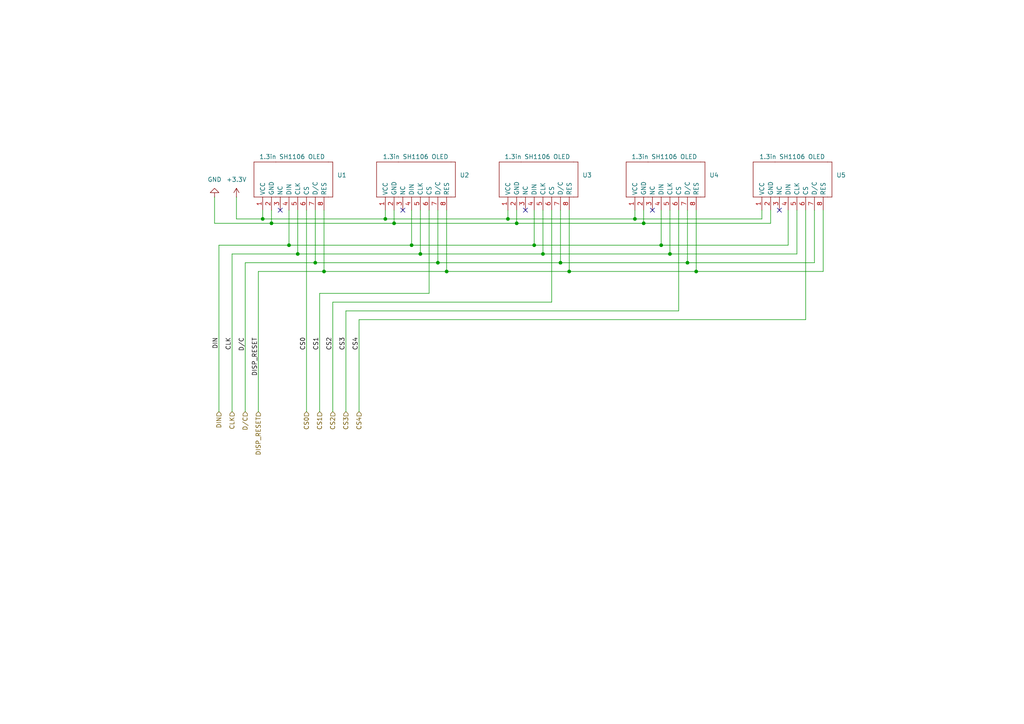
<source format=kicad_sch>
(kicad_sch (version 20250114) (generator "eeschema") (generator_version "9.0")
  (paper "A4")
  (title_block (title "VC 5") (date "2025-02-25") (rev "1.0") (comment 1 "Designed by Jan Eberhardt"))
  (lib_symbols
    (symbol "VC5_library:Waveshare-Display-1_3in-SH1106-OLED"
      (property "Reference" "U1" (at 0 -1.9049 0))
      (property "Value" "1.3in SH1106 OLED" (at -22.352 4.064 0))
      (symbol "Waveshare-Display-1_3in-SH1106-OLED_0_1"
        (rectangle (start -24.13 2.54) (end -24.13 -7.62))
        (rectangle (start -24.13 -7.62) (end -17.78 -7.62))
        (rectangle (start -17.78 2.54) (end -24.13 2.54))
        (rectangle (start -17.78 -7.62) (end -2.54 -7.62))
        (rectangle (start -2.54 2.54) (end -17.78 2.54))
        (rectangle (start -2.54 2.54) (end -1.27 2.54))
        (rectangle (start -2.54 -7.62) (end -1.27 -7.62))
        (rectangle (start -1.27 2.54) (end -1.27 -7.62))
      )
      (symbol "Waveshare-Display-1_3in-SH1106-OLED_1_1"
        (pin power_in line (at -21.59 -11.43 90) (length 3.81) (name "VCC") (number "1"))
        (pin power_in line (at -19.05 -11.43 90) (length 3.81) (name "GND") (number "2"))
        (pin input line (at -16.51 -11.43 90) (length 3.81) (name "NC") (number "3"))
        (pin input line (at -13.97 -11.43 90) (length 3.81) (name "DIN") (number "4"))
        (pin input line (at -11.43 -11.43 90) (length 3.81) (name "CLK") (number "5"))
        (pin input line (at -8.89 -11.43 90) (length 3.81) (name "CS") (number "6"))
        (pin input line (at -6.35 -11.43 90) (length 3.81) (name "D/C") (number "7"))
        (pin input line (at -3.81 -11.43 90) (length 3.81) (name "RES") (number "8"))
      )
    )
    (symbol "power:+3.3V" (power) (pin_numbers (hide yes)) (pin_names (offset 0) (hide yes))
      (property "Value" "+3.3V" (at 0 3.556 0))
      (symbol "+3.3V_0_1"
        (polyline (pts (xy -0.762 1.27) (xy 0 2.54)))
        (polyline (pts (xy 0 2.54) (xy 0.762 1.27)))
        (polyline (pts (xy 0 0) (xy 0 2.54)))
      )
      (symbol "+3.3V_1_1"
        (pin power_in line (at 0 0 90) (length 0) (name "~") (number "1"))
      )
    )
    (symbol "power:GND" (power) (pin_numbers (hide yes)) (pin_names (offset 0) (hide yes))
      (property "Value" "GND" (at 0 -3.81 0))
      (symbol "GND_0_1"
        (polyline (pts (xy 0 0) (xy 0 -1.27) (xy 1.27 -1.27) (xy 0 -2.54) (xy -1.27 -1.27) (xy 0 -1.27)))
      )
      (symbol "GND_1_1"
        (pin power_in line (at 0 0 270) (length 0) (name "~") (number "1"))
      )
    )
  )
  (junction (at 184.15 63.5))
  (junction (at 114.3 64.77))
  (junction (at 186.69 64.77))
  (junction (at 111.76 63.5))
  (junction (at 162.56 76.2))
  (junction (at 154.94 71.12))
  (junction (at 191.77 71.12))
  (junction (at 76.2 63.5))
  (junction (at 147.32 63.5))
  (junction (at 91.44 76.2))
  (junction (at 86.36 73.66))
  (junction (at 199.39 76.2))
  (junction (at 119.38 71.12))
  (junction (at 149.86 64.77))
  (junction (at 201.93 78.74))
  (junction (at 129.54 78.74))
  (junction (at 78.74 64.77))
  (junction (at 194.31 73.66))
  (junction (at 165.1 78.74))
  (junction (at 121.92 73.66))
  (junction (at 157.48 73.66))
  (junction (at 93.98 78.74))
  (junction (at 127 76.2))
  (junction (at 83.82 71.12))
  (no_connect (at 81.28 60.96))
  (no_connect (at 226.06 60.96))
  (no_connect (at 189.23 60.96))
  (no_connect (at 116.84 60.96))
  (no_connect (at 152.4 60.96))
  (wire (pts (xy 149.86 60.96) (xy 149.86 64.77)))
  (wire (pts (xy 83.82 60.96) (xy 83.82 71.12)))
  (wire (pts (xy 223.52 64.77) (xy 186.69 64.77)))
  (wire (pts (xy 186.69 64.77) (xy 149.86 64.77)))
  (wire (pts (xy 127 76.2) (xy 127 60.96)))
  (wire (pts (xy 63.5 71.12) (xy 83.82 71.12)))
  (wire (pts (xy 111.76 60.96) (xy 111.76 63.5)))
  (wire (pts (xy 238.76 78.74) (xy 201.93 78.74)))
  (wire (pts (xy 86.36 60.96) (xy 86.36 73.66)))
  (wire (pts (xy 194.31 73.66) (xy 231.14 73.66)))
  (wire (pts (xy 147.32 60.96) (xy 147.32 63.5)))
  (wire (pts (xy 67.31 73.66) (xy 86.36 73.66)))
  (wire (pts (xy 231.14 73.66) (xy 231.14 60.96)))
  (wire (pts (xy 93.98 60.96) (xy 93.98 78.74)))
  (wire (pts (xy 199.39 76.2) (xy 199.39 60.96)))
  (wire (pts (xy 127 76.2) (xy 162.56 76.2)))
  (wire (pts (xy 191.77 71.12) (xy 228.6 71.12)))
  (wire (pts (xy 76.2 63.5) (xy 68.58 63.5)))
  (wire (pts (xy 201.93 60.96) (xy 201.93 78.74)))
  (wire (pts (xy 162.56 76.2) (xy 162.56 60.96)))
  (wire (pts (xy 196.85 90.17) (xy 196.85 60.96)))
  (wire (pts (xy 149.86 64.77) (xy 114.3 64.77)))
  (wire (pts (xy 62.23 64.77) (xy 78.74 64.77)))
  (wire (pts (xy 62.23 57.15) (xy 62.23 64.77)))
  (wire (pts (xy 160.02 87.63) (xy 160.02 60.96)))
  (wire (pts (xy 86.36 73.66) (xy 121.92 73.66)))
  (wire (pts (xy 100.33 119.38) (xy 100.33 90.17)))
  (wire (pts (xy 78.74 60.96) (xy 78.74 64.77)))
  (wire (pts (xy 76.2 60.96) (xy 76.2 63.5)))
  (wire (pts (xy 186.69 60.96) (xy 186.69 64.77)))
  (wire (pts (xy 220.98 60.96) (xy 220.98 63.5)))
  (wire (pts (xy 67.31 73.66) (xy 67.31 119.38)))
  (wire (pts (xy 220.98 63.5) (xy 184.15 63.5)))
  (wire (pts (xy 154.94 60.96) (xy 154.94 71.12)))
  (wire (pts (xy 154.94 71.12) (xy 191.77 71.12)))
  (wire (pts (xy 88.9 60.96) (xy 88.9 119.38)))
  (wire (pts (xy 201.93 78.74) (xy 165.1 78.74)))
  (wire (pts (xy 92.71 85.09) (xy 92.71 119.38)))
  (wire (pts (xy 83.82 71.12) (xy 119.38 71.12)))
  (wire (pts (xy 199.39 76.2) (xy 236.22 76.2)))
  (wire (pts (xy 74.93 78.74) (xy 93.98 78.74)))
  (wire (pts (xy 111.76 63.5) (xy 76.2 63.5)))
  (wire (pts (xy 119.38 60.96) (xy 119.38 71.12)))
  (wire (pts (xy 71.12 76.2) (xy 71.12 119.38)))
  (wire (pts (xy 129.54 78.74) (xy 93.98 78.74)))
  (wire (pts (xy 124.46 85.09) (xy 124.46 60.96)))
  (wire (pts (xy 100.33 90.17) (xy 196.85 90.17)))
  (wire (pts (xy 157.48 73.66) (xy 194.31 73.66)))
  (wire (pts (xy 96.52 87.63) (xy 96.52 119.38)))
  (wire (pts (xy 114.3 64.77) (xy 78.74 64.77)))
  (wire (pts (xy 129.54 60.96) (xy 129.54 78.74)))
  (wire (pts (xy 238.76 60.96) (xy 238.76 78.74)))
  (wire (pts (xy 165.1 78.74) (xy 129.54 78.74)))
  (wire (pts (xy 104.14 119.38) (xy 104.14 92.71)))
  (wire (pts (xy 236.22 76.2) (xy 236.22 60.96)))
  (wire (pts (xy 223.52 60.96) (xy 223.52 64.77)))
  (wire (pts (xy 194.31 73.66) (xy 194.31 60.96)))
  (wire (pts (xy 157.48 73.66) (xy 157.48 60.96)))
  (wire (pts (xy 74.93 78.74) (xy 74.93 119.38)))
  (wire (pts (xy 96.52 87.63) (xy 160.02 87.63)))
  (wire (pts (xy 121.92 73.66) (xy 121.92 60.96)))
  (wire (pts (xy 191.77 60.96) (xy 191.77 71.12)))
  (wire (pts (xy 165.1 60.96) (xy 165.1 78.74)))
  (wire (pts (xy 162.56 76.2) (xy 199.39 76.2)))
  (wire (pts (xy 184.15 60.96) (xy 184.15 63.5)))
  (wire (pts (xy 92.71 85.09) (xy 124.46 85.09)))
  (wire (pts (xy 104.14 92.71) (xy 233.68 92.71)))
  (wire (pts (xy 121.92 73.66) (xy 157.48 73.66)))
  (wire (pts (xy 147.32 63.5) (xy 111.76 63.5)))
  (wire (pts (xy 68.58 57.15) (xy 68.58 63.5)))
  (wire (pts (xy 233.68 92.71) (xy 233.68 60.96)))
  (wire (pts (xy 91.44 76.2) (xy 127 76.2)))
  (wire (pts (xy 119.38 71.12) (xy 154.94 71.12)))
  (wire (pts (xy 91.44 76.2) (xy 91.44 60.96)))
  (wire (pts (xy 184.15 63.5) (xy 147.32 63.5)))
  (wire (pts (xy 114.3 60.96) (xy 114.3 64.77)))
  (wire (pts (xy 63.5 71.12) (xy 63.5 119.38)))
  (wire (pts (xy 228.6 71.12) (xy 228.6 60.96)))
  (wire (pts (xy 71.12 76.2) (xy 91.44 76.2)))
  (label "DIN" (at 63.5 97.79 270))
  (label "CS3" (at 100.33 101.6 90))
  (label "CS0" (at 88.9 101.6 90))
  (label "CLK" (at 67.31 97.79 270))
  (label "DISP_RESET" (at 74.93 97.79 270))
  (label "CS1" (at 92.71 101.6 90))
  (label "CS2" (at 96.52 101.6 90))
  (label "CS4" (at 104.14 101.6 90))
  (label "D{slash}C" (at 71.12 97.79 270))
  (hierarchical_label "CS1" (shape input) (at 92.71 119.38 270))
  (hierarchical_label "CS4" (shape input) (at 104.14 119.38 270))
  (hierarchical_label "CLK" (shape input) (at 67.31 119.38 270))
  (hierarchical_label "DISP_RESET" (shape input) (at 74.93 119.38 270))
  (hierarchical_label "CS3" (shape input) (at 100.33 119.38 270))
  (hierarchical_label "D{slash}C" (shape input) (at 71.12 119.38 270))
  (hierarchical_label "CS0" (shape input) (at 88.9 119.38 270))
  (hierarchical_label "DIN" (shape input) (at 63.5 119.38 270))
  (hierarchical_label "CS2" (shape input) (at 96.52 119.38 270))
  (symbol (lib_id "power:GND") (at 62.23 57.15 180) (unit 1)
    (property "Reference" "#PWR08" (effects (hide yes)))
    (property "Value" "GND" (at 62.23 52.07 0))
    (property "Description" "Power symbol creates a global label with name \"GND\" , ground" (effects (hide yes)))
  )
  (symbol (lib_id "VC5_library:Waveshare-Display-1_3in-SH1106-OLED") (at 242.57 49.53 0) (unit 1)
    (property "Reference" "U5" (at 242.57 50.7999 0) (effects (justify left)))
    (property "Value" "1.3in SH1106 OLED" (at 220.218 45.466 0) (effects (justify left)))
    (property "Footprint" "VC5_footprint_library:PinHeader_1x08_P2.54mm_Vertical_Display" (effects (hide yes)))
    (property "Datasheet" "https://www.waveshare.com/wiki/1.3inch_OLED_(B)#Overview" (effects (hide yes)))
  )
  (symbol (lib_id "power:+3.3V") (at 68.58 57.15 0) (unit 1)
    (property "Reference" "#PWR09" (effects (hide yes)))
    (property "Value" "+3.3V" (at 68.58 52.07 0))
    (property "Description" "Power symbol creates a global label with name \"+3.3V\"" (effects (hide yes)))
  )
  (symbol (lib_id "VC5_library:Waveshare-Display-1_3in-SH1106-OLED") (at 97.79 49.53 0) (unit 1)
    (property "Reference" "U1" (at 97.79 50.7999 0) (effects (justify left)))
    (property "Value" "1.3in SH1106 OLED" (at 75.184 45.466 0) (effects (justify left)))
    (property "Footprint" "VC5_footprint_library:PinHeader_1x08_P2.54mm_Vertical_Display" (effects (hide yes)))
    (property "Datasheet" "https://www.waveshare.com/wiki/1.3inch_OLED_(B)#Overview" (effects (hide yes)))
  )
  (symbol (lib_id "VC5_library:Waveshare-Display-1_3in-SH1106-OLED") (at 133.35 49.53 0) (unit 1)
    (property "Reference" "U2" (at 133.35 50.7999 0) (effects (justify left)))
    (property "Value" "1.3in SH1106 OLED" (at 110.998 45.466 0) (effects (justify left)))
    (property "Footprint" "VC5_footprint_library:PinHeader_1x08_P2.54mm_Vertical_Display" (effects (hide yes)))
    (property "Datasheet" "https://www.waveshare.com/wiki/1.3inch_OLED_(B)#Overview" (effects (hide yes)))
  )
  (symbol (lib_id "VC5_library:Waveshare-Display-1_3in-SH1106-OLED") (at 205.74 49.53 0) (unit 1)
    (property "Reference" "U4" (at 205.74 50.7999 0) (effects (justify left)))
    (property "Value" "1.3in SH1106 OLED" (at 183.134 45.466 0) (effects (justify left)))
    (property "Footprint" "VC5_footprint_library:PinHeader_1x08_P2.54mm_Vertical_Display" (effects (hide yes)))
    (property "Datasheet" "https://www.waveshare.com/wiki/1.3inch_OLED_(B)#Overview" (effects (hide yes)))
  )
  (symbol (lib_id "VC5_library:Waveshare-Display-1_3in-SH1106-OLED") (at 168.91 49.53 0) (unit 1)
    (property "Reference" "U3" (at 168.91 50.7999 0) (effects (justify left)))
    (property "Value" "1.3in SH1106 OLED" (at 146.304 45.466 0) (effects (justify left)))
    (property "Footprint" "VC5_footprint_library:PinHeader_1x08_P2.54mm_Vertical_Display" (effects (hide yes)))
    (property "Datasheet" "https://www.waveshare.com/wiki/1.3inch_OLED_(B)#Overview" (effects (hide yes)))
  )
)
</source>
